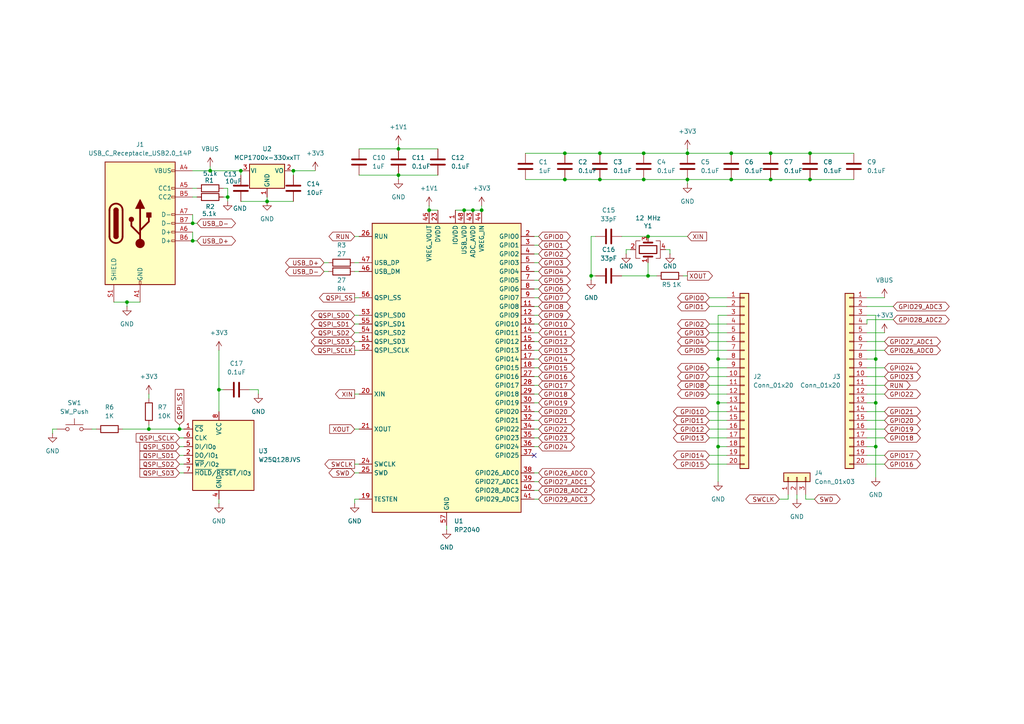
<source format=kicad_sch>
(kicad_sch (version 20250114) (generator "eeschema") (generator_version "9.0")
  (paper "A4")
  (lib_symbols
    (symbol "Connector:USB_C_Receptacle_USB2.0_14P" (pin_names (offset 1.016))
      (property "Reference" "J" (at 0 22.225 0))
      (property "Value" "USB_C_Receptacle_USB2.0_14P" (at 0 19.685 0))
      (symbol "USB_C_Receptacle_USB2.0_14P_1_1"
        (pin passive line (at -7.62 -22.86 90) (length 5.08) (name "SHIELD") (number "S1"))
        (pin passive line (at 0 -22.86 90) (length 5.08) (name "GND") (number "A1"))
        (pin passive line (at 0 -22.86 90) (length 5.08) (hide yes) (name "GND") (number "A12"))
        (pin passive line (at 0 -22.86 90) (length 5.08) (hide yes) (name "GND") (number "B1"))
        (pin passive line (at 0 -22.86 90) (length 5.08) (hide yes) (name "GND") (number "B12"))
        (pin passive line (at 15.24 15.24 180) (length 5.08) (name "VBUS") (number "A4"))
        (pin passive line (at 15.24 15.24 180) (length 5.08) (hide yes) (name "VBUS") (number "A9"))
        (pin passive line (at 15.24 15.24 180) (length 5.08) (hide yes) (name "VBUS") (number "B4"))
        (pin passive line (at 15.24 15.24 180) (length 5.08) (hide yes) (name "VBUS") (number "B9"))
        (pin bidirectional line (at 15.24 10.16 180) (length 5.08) (name "CC1") (number "A5"))
        (pin bidirectional line (at 15.24 7.62 180) (length 5.08) (name "CC2") (number "B5"))
        (pin bidirectional line (at 15.24 2.54 180) (length 5.08) (name "D-") (number "A7"))
        (pin bidirectional line (at 15.24 0 180) (length 5.08) (name "D-") (number "B7"))
        (pin bidirectional line (at 15.24 -2.54 180) (length 5.08) (name "D+") (number "A6"))
        (pin bidirectional line (at 15.24 -5.08 180) (length 5.08) (name "D+") (number "B6"))
      )
    )
    (symbol "Connector_Generic:Conn_01x03" (pin_names (offset 1.016) (hide yes))
      (property "Reference" "J" (at 0 5.08 0))
      (property "Value" "Conn_01x03" (at 0 -5.08 0))
      (symbol "Conn_01x03_1_1"
        (pin passive line (at -5.08 2.54 0) (length 3.81) (name "Pin_1") (number "1"))
        (pin passive line (at -5.08 0 0) (length 3.81) (name "Pin_2") (number "2"))
        (pin passive line (at -5.08 -2.54 0) (length 3.81) (name "Pin_3") (number "3"))
      )
    )
    (symbol "Connector_Generic:Conn_01x20" (pin_names (offset 1.016) (hide yes))
      (property "Reference" "J" (at 0 25.4 0))
      (property "Value" "Conn_01x20" (at 0 -27.94 0))
      (symbol "Conn_01x20_1_1"
        (pin passive line (at -5.08 22.86 0) (length 3.81) (name "Pin_1") (number "1"))
        (pin passive line (at -5.08 20.32 0) (length 3.81) (name "Pin_2") (number "2"))
        (pin passive line (at -5.08 17.78 0) (length 3.81) (name "Pin_3") (number "3"))
        (pin passive line (at -5.08 15.24 0) (length 3.81) (name "Pin_4") (number "4"))
        (pin passive line (at -5.08 12.7 0) (length 3.81) (name "Pin_5") (number "5"))
        (pin passive line (at -5.08 10.16 0) (length 3.81) (name "Pin_6") (number "6"))
        (pin passive line (at -5.08 7.62 0) (length 3.81) (name "Pin_7") (number "7"))
        (pin passive line (at -5.08 5.08 0) (length 3.81) (name "Pin_8") (number "8"))
        (pin passive line (at -5.08 2.54 0) (length 3.81) (name "Pin_9") (number "9"))
        (pin passive line (at -5.08 0 0) (length 3.81) (name "Pin_10") (number "10"))
        (pin passive line (at -5.08 -2.54 0) (length 3.81) (name "Pin_11") (number "11"))
        (pin passive line (at -5.08 -5.08 0) (length 3.81) (name "Pin_12") (number "12"))
        (pin passive line (at -5.08 -7.62 0) (length 3.81) (name "Pin_13") (number "13"))
        (pin passive line (at -5.08 -10.16 0) (length 3.81) (name "Pin_14") (number "14"))
        (pin passive line (at -5.08 -12.7 0) (length 3.81) (name "Pin_15") (number "15"))
        (pin passive line (at -5.08 -15.24 0) (length 3.81) (name "Pin_16") (number "16"))
        (pin passive line (at -5.08 -17.78 0) (length 3.81) (name "Pin_17") (number "17"))
        (pin passive line (at -5.08 -20.32 0) (length 3.81) (name "Pin_18") (number "18"))
        (pin passive line (at -5.08 -22.86 0) (length 3.81) (name "Pin_19") (number "19"))
        (pin passive line (at -5.08 -25.4 0) (length 3.81) (name "Pin_20") (number "20"))
      )
    )
    (symbol "Device:C" (pin_numbers (hide yes)) (pin_names (offset 0.254))
      (property "Reference" "C" (at 0.635 2.54 0))
      (property "Value" "C" (at 0.635 -2.54 0))
      (symbol "C_1_1"
        (pin passive line (at 0 3.81 270) (length 2.794) (name "~") (number "1"))
        (pin passive line (at 0 -3.81 90) (length 2.794) (name "~") (number "2"))
      )
    )
    (symbol "Device:Crystal_GND24" (pin_names (offset 1.016) (hide yes))
      (property "Reference" "Y" (at 3.175 5.08 0))
      (property "Value" "Crystal_GND24" (at 3.175 3.175 0))
      (symbol "Crystal_GND24_1_1"
        (pin passive line (at -3.81 0 0) (length 1.27) (name "1") (number "1"))
        (pin passive line (at 0 5.08 270) (length 1.27) (name "2") (number "2"))
        (pin passive line (at 0 -5.08 90) (length 1.27) (name "4") (number "4"))
        (pin passive line (at 3.81 0 180) (length 1.27) (name "3") (number "3"))
      )
    )
    (symbol "Device:R" (pin_numbers (hide yes)) (pin_names (offset 0))
      (property "Reference" "R" (at 2.032 0 90))
      (property "Value" "R" (at 0 0 90))
      (symbol "R_1_1"
        (pin passive line (at 0 3.81 270) (length 1.27) (name "~") (number "1"))
        (pin passive line (at 0 -3.81 90) (length 1.27) (name "~") (number "2"))
      )
    )
    (symbol "MCU_RaspberryPi:RP2040"
      (property "Reference" "U" (at 17.78 45.72 0))
      (property "Value" "RP2040" (at 17.78 43.18 0))
      (symbol "RP2040_1_1"
        (pin input line (at -25.4 38.1 0) (length 3.81) (name "RUN") (number "26"))
        (pin bidirectional line (at -25.4 30.48 0) (length 3.81) (name "USB_DP") (number "47"))
        (pin bidirectional line (at -25.4 27.94 0) (length 3.81) (name "USB_DM") (number "46"))
        (pin bidirectional line (at -25.4 20.32 0) (length 3.81) (name "QSPI_SS") (number "56"))
        (pin bidirectional line (at -25.4 15.24 0) (length 3.81) (name "QSPI_SD0") (number "53"))
        (pin bidirectional line (at -25.4 12.7 0) (length 3.81) (name "QSPI_SD1") (number "55"))
        (pin bidirectional line (at -25.4 10.16 0) (length 3.81) (name "QSPI_SD2") (number "54"))
        (pin bidirectional line (at -25.4 7.62 0) (length 3.81) (name "QSPI_SD3") (number "51"))
        (pin output line (at -25.4 5.08 0) (length 3.81) (name "QSPI_SCLK") (number "52"))
        (pin input line (at -25.4 -7.62 0) (length 3.81) (name "XIN") (number "20"))
        (pin passive line (at -25.4 -17.78 0) (length 3.81) (name "XOUT") (number "21"))
        (pin input line (at -25.4 -27.94 0) (length 3.81) (name "SWCLK") (number "24"))
        (pin bidirectional line (at -25.4 -30.48 0) (length 3.81) (name "SWD") (number "25"))
        (pin input line (at -25.4 -38.1 0) (length 3.81) (name "TESTEN") (number "19"))
        (pin power_out line (at -5.08 45.72 270) (length 3.81) (name "VREG_VOUT") (number "45"))
        (pin power_in line (at -2.54 45.72 270) (length 3.81) (name "DVDD") (number "23"))
        (pin passive line (at -2.54 45.72 270) (length 3.81) (hide yes) (name "DVDD") (number "50"))
        (pin power_in line (at 0 -45.72 90) (length 3.81) (name "GND") (number "57"))
        (pin power_in line (at 2.54 45.72 270) (length 3.81) (name "IOVDD") (number "1"))
        (pin passive line (at 2.54 45.72 270) (length 3.81) (hide yes) (name "IOVDD") (number "10"))
        (pin passive line (at 2.54 45.72 270) (length 3.81) (hide yes) (name "IOVDD") (number "22"))
        (pin passive line (at 2.54 45.72 270) (length 3.81) (hide yes) (name "IOVDD") (number "33"))
        (pin passive line (at 2.54 45.72 270) (length 3.81) (hide yes) (name "IOVDD") (number "42"))
        (pin passive line (at 2.54 45.72 270) (length 3.81) (hide yes) (name "IOVDD") (number "49"))
        (pin power_in line (at 5.08 45.72 270) (length 3.81) (name "USB_VDD") (number "48"))
        (pin power_in line (at 7.62 45.72 270) (length 3.81) (name "ADC_AVDD") (number "43"))
        (pin power_in line (at 10.16 45.72 270) (length 3.81) (name "VREG_IN") (number "44"))
        (pin bidirectional line (at 25.4 38.1 180) (length 3.81) (name "GPIO0") (number "2"))
        (pin bidirectional line (at 25.4 35.56 180) (length 3.81) (name "GPIO1") (number "3"))
        (pin bidirectional line (at 25.4 33.02 180) (length 3.81) (name "GPIO2") (number "4"))
        (pin bidirectional line (at 25.4 30.48 180) (length 3.81) (name "GPIO3") (number "5"))
        (pin bidirectional line (at 25.4 27.94 180) (length 3.81) (name "GPIO4") (number "6"))
        (pin bidirectional line (at 25.4 25.4 180) (length 3.81) (name "GPIO5") (number "7"))
        (pin bidirectional line (at 25.4 22.86 180) (length 3.81) (name "GPIO6") (number "8"))
        (pin bidirectional line (at 25.4 20.32 180) (length 3.81) (name "GPIO7") (number "9"))
        (pin bidirectional line (at 25.4 17.78 180) (length 3.81) (name "GPIO8") (number "11"))
        (pin bidirectional line (at 25.4 15.24 180) (length 3.81) (name "GPIO9") (number "12"))
        (pin bidirectional line (at 25.4 12.7 180) (length 3.81) (name "GPIO10") (number "13"))
        (pin bidirectional line (at 25.4 10.16 180) (length 3.81) (name "GPIO11") (number "14"))
        (pin bidirectional line (at 25.4 7.62 180) (length 3.81) (name "GPIO12") (number "15"))
        (pin bidirectional line (at 25.4 5.08 180) (length 3.81) (name "GPIO13") (number "16"))
        (pin bidirectional line (at 25.4 2.54 180) (length 3.81) (name "GPIO14") (number "17"))
        (pin bidirectional line (at 25.4 0 180) (length 3.81) (name "GPIO15") (number "18"))
        (pin bidirectional line (at 25.4 -2.54 180) (length 3.81) (name "GPIO16") (number "27"))
        (pin bidirectional line (at 25.4 -5.08 180) (length 3.81) (name "GPIO17") (number "28"))
        (pin bidirectional line (at 25.4 -7.62 180) (length 3.81) (name "GPIO18") (number "29"))
        (pin bidirectional line (at 25.4 -10.16 180) (length 3.81) (name "GPIO19") (number "30"))
        (pin bidirectional line (at 25.4 -12.7 180) (length 3.81) (name "GPIO20") (number "31"))
        (pin bidirectional line (at 25.4 -15.24 180) (length 3.81) (name "GPIO21") (number "32"))
        (pin bidirectional line (at 25.4 -17.78 180) (length 3.81) (name "GPIO22") (number "34"))
        (pin bidirectional line (at 25.4 -20.32 180) (length 3.81) (name "GPIO23") (number "35"))
        (pin bidirectional line (at 25.4 -22.86 180) (length 3.81) (name "GPIO24") (number "36"))
        (pin bidirectional line (at 25.4 -25.4 180) (length 3.81) (name "GPIO25") (number "37"))
        (pin bidirectional line (at 25.4 -30.48 180) (length 3.81) (name "GPIO26_ADC0") (number "38"))
        (pin bidirectional line (at 25.4 -33.02 180) (length 3.81) (name "GPIO27_ADC1") (number "39"))
        (pin bidirectional line (at 25.4 -35.56 180) (length 3.81) (name "GPIO28_ADC2") (number "40"))
        (pin bidirectional line (at 25.4 -38.1 180) (length 3.81) (name "GPIO29_ADC3") (number "41"))
      )
    )
    (symbol "Memory_Flash:W25Q16JVSS"
      (property "Reference" "U" (at -6.35 11.43 0))
      (property "Value" "W25Q16JVSS" (at 7.62 11.43 0))
      (symbol "W25Q16JVSS_1_1"
        (pin input line (at -10.16 7.62 0) (length 2.54) (name "~{CS}") (number "1"))
        (pin input line (at -10.16 5.08 0) (length 2.54) (name "CLK") (number "6"))
        (pin bidirectional line (at -10.16 2.54 0) (length 2.54) (name "DI/IO_{0}") (number "5"))
        (pin bidirectional line (at -10.16 0 0) (length 2.54) (name "DO/IO_{1}") (number "2"))
        (pin bidirectional line (at -10.16 -2.54 0) (length 2.54) (name "~{WP}/IO_{2}") (number "3"))
        (pin bidirectional line (at -10.16 -5.08 0) (length 2.54) (name "~{HOLD}/~{RESET}/IO_{3}") (number "7"))
        (pin power_in line (at 0 12.7 270) (length 2.54) (name "VCC") (number "8"))
        (pin power_in line (at 0 -12.7 90) (length 2.54) (name "GND") (number "4"))
      )
    )
    (symbol "Regulator_Linear:MCP1700x-330xxTT" (pin_names (offset 0.254))
      (property "Reference" "U" (at -3.81 3.175 0))
      (property "Value" "MCP1700x-330xxTT" (at 0 3.175 0))
      (symbol "MCP1700x-330xxTT_1_1"
        (pin power_in line (at -7.62 0 0) (length 2.54) (name "VI") (number "3"))
        (pin power_in line (at 0 -7.62 90) (length 2.54) (name "GND") (number "1"))
        (pin power_out line (at 7.62 0 180) (length 2.54) (name "VO") (number "2"))
      )
    )
    (symbol "Switch:SW_Push" (pin_numbers (hide yes)) (pin_names (offset 1.016) (hide yes))
      (property "Reference" "SW" (at 1.27 2.54 0))
      (property "Value" "SW_Push" (at 0 -1.524 0))
      (symbol "SW_Push_0_1"
        (pin passive line (at -5.08 0 0) (length 2.54) (name "1") (number "1"))
        (pin passive line (at 5.08 0 180) (length 2.54) (name "2") (number "2"))
      )
    )
    (symbol "power:+1V1" (power) (pin_numbers (hide yes)) (pin_names (offset 0) (hide yes))
      (property "Value" "+1V1" (at 0 3.556 0))
      (symbol "+1V1_1_1"
        (pin power_in line (at 0 0 90) (length 0) (name "~") (number "1"))
      )
    )
    (symbol "power:+3V3" (power) (pin_numbers (hide yes)) (pin_names (offset 0) (hide yes))
      (property "Value" "+3V3" (at 0 3.556 0))
      (symbol "+3V3_1_1"
        (pin power_in line (at 0 0 90) (length 0) (name "~") (number "1"))
      )
    )
    (symbol "power:GND" (power) (pin_numbers (hide yes)) (pin_names (offset 0) (hide yes))
      (property "Value" "GND" (at 0 -3.81 0))
      (symbol "GND_1_1"
        (pin power_in line (at 0 0 270) (length 0) (name "~") (number "1"))
      )
    )
    (symbol "power:VBUS" (power) (pin_numbers (hide yes)) (pin_names (offset 0) (hide yes))
      (property "Value" "VBUS" (at 0 3.556 0))
      (symbol "VBUS_1_1"
        (pin power_in line (at 0 0 90) (length 0) (name "~") (number "1"))
      )
    )
  )
  (junction (at 234.95 52.07))
  (junction (at 254 116.84))
  (junction (at 69.85 49.53))
  (junction (at 171.45 80.01))
  (junction (at 85.09 49.53))
  (junction (at 137.16 60.96))
  (junction (at 60.96 49.53))
  (junction (at 173.99 52.07))
  (junction (at 52.07 124.46))
  (junction (at 212.09 52.07))
  (junction (at 212.09 44.45))
  (junction (at 254 129.54))
  (junction (at 124.46 60.96))
  (junction (at 43.18 124.46))
  (junction (at 186.69 44.45))
  (junction (at 186.69 52.07))
  (junction (at 254 104.14))
  (junction (at 115.57 43.18))
  (junction (at 187.96 80.01))
  (junction (at 134.62 60.96))
  (junction (at 139.7 60.96))
  (junction (at 234.95 44.45))
  (junction (at 163.83 52.07))
  (junction (at 173.99 44.45))
  (junction (at 63.5 113.03))
  (junction (at 66.04 57.15))
  (junction (at 77.47 58.42))
  (junction (at 199.39 52.07))
  (junction (at 163.83 44.45))
  (junction (at 187.96 68.58))
  (junction (at 223.52 52.07))
  (junction (at 55.88 64.77))
  (junction (at 55.88 69.85))
  (junction (at 208.28 129.54))
  (junction (at 36.83 87.63))
  (junction (at 199.39 44.45))
  (junction (at 208.28 116.84))
  (junction (at 208.28 104.14))
  (junction (at 115.57 50.8))
  (junction (at 223.52 44.45))
  (no_connect (at 154.94 132.08))
  (wire (pts (xy 205.74 111.76) (xy 210.82 111.76)))
  (wire (pts (xy 251.46 109.22) (xy 256.54 109.22)))
  (wire (pts (xy 102.87 124.46) (xy 104.14 124.46)))
  (wire (pts (xy 102.87 93.98) (xy 104.14 93.98)))
  (wire (pts (xy 154.94 129.54) (xy 156.21 129.54)))
  (wire (pts (xy 212.09 52.07) (xy 223.52 52.07)))
  (wire (pts (xy 16.51 124.46) (xy 15.24 124.46)))
  (wire (pts (xy 115.57 50.8) (xy 127 50.8)))
  (wire (pts (xy 180.34 80.01) (xy 187.96 80.01)))
  (wire (pts (xy 254 104.14) (xy 254 91.44)))
  (wire (pts (xy 43.18 123.19) (xy 43.18 124.46)))
  (wire (pts (xy 154.94 99.06) (xy 156.21 99.06)))
  (wire (pts (xy 36.83 87.63) (xy 36.83 88.9)))
  (wire (pts (xy 55.88 69.85) (xy 57.15 69.85)))
  (wire (pts (xy 154.94 116.84) (xy 156.21 116.84)))
  (wire (pts (xy 43.18 124.46) (xy 52.07 124.46)))
  (wire (pts (xy 234.95 52.07) (xy 247.65 52.07)))
  (wire (pts (xy 186.69 44.45) (xy 199.39 44.45)))
  (wire (pts (xy 104.14 43.18) (xy 115.57 43.18)))
  (wire (pts (xy 102.87 78.74) (xy 104.14 78.74)))
  (wire (pts (xy 251.46 101.6) (xy 256.54 101.6)))
  (wire (pts (xy 208.28 116.84) (xy 208.28 104.14)))
  (wire (pts (xy 182.88 72.39) (xy 181.61 72.39)))
  (wire (pts (xy 66.04 54.61) (xy 64.77 54.61)))
  (wire (pts (xy 251.46 106.68) (xy 256.54 106.68)))
  (wire (pts (xy 93.98 76.2) (xy 95.25 76.2)))
  (wire (pts (xy 154.94 127) (xy 156.21 127)))
  (wire (pts (xy 52.07 123.19) (xy 52.07 124.46)))
  (wire (pts (xy 154.94 139.7) (xy 156.21 139.7)))
  (wire (pts (xy 251.46 92.71) (xy 251.46 93.98)))
  (wire (pts (xy 205.74 106.68) (xy 210.82 106.68)))
  (wire (pts (xy 85.09 49.53) (xy 91.44 49.53)))
  (wire (pts (xy 251.46 86.36) (xy 256.54 86.36)))
  (wire (pts (xy 163.83 52.07) (xy 173.99 52.07)))
  (wire (pts (xy 124.46 59.69) (xy 124.46 60.96)))
  (wire (pts (xy 154.94 73.66) (xy 156.21 73.66)))
  (wire (pts (xy 102.87 91.44) (xy 104.14 91.44)))
  (wire (pts (xy 115.57 50.8) (xy 115.57 52.07)))
  (wire (pts (xy 154.94 121.92) (xy 156.21 121.92)))
  (wire (pts (xy 69.85 50.8) (xy 69.85 49.53)))
  (wire (pts (xy 205.74 134.62) (xy 210.82 134.62)))
  (wire (pts (xy 137.16 60.96) (xy 139.7 60.96)))
  (wire (pts (xy 231.14 143.51) (xy 231.14 144.78)))
  (wire (pts (xy 205.74 86.36) (xy 210.82 86.36)))
  (wire (pts (xy 193.04 72.39) (xy 194.31 72.39)))
  (wire (pts (xy 63.5 113.03) (xy 64.77 113.03)))
  (wire (pts (xy 205.74 96.52) (xy 210.82 96.52)))
  (wire (pts (xy 154.94 88.9) (xy 156.21 88.9)))
  (wire (pts (xy 251.46 99.06) (xy 256.54 99.06)))
  (wire (pts (xy 154.94 142.24) (xy 156.21 142.24)))
  (wire (pts (xy 102.87 144.78) (xy 102.87 146.05)))
  (wire (pts (xy 139.7 59.69) (xy 139.7 60.96)))
  (wire (pts (xy 154.94 86.36) (xy 156.21 86.36)))
  (wire (pts (xy 36.83 87.63) (xy 40.64 87.63)))
  (wire (pts (xy 52.07 129.54) (xy 53.34 129.54)))
  (wire (pts (xy 205.74 124.46) (xy 210.82 124.46)))
  (wire (pts (xy 251.46 129.54) (xy 254 129.54)))
  (wire (pts (xy 254 129.54) (xy 254 116.84)))
  (wire (pts (xy 154.94 96.52) (xy 156.21 96.52)))
  (wire (pts (xy 104.14 144.78) (xy 102.87 144.78)))
  (wire (pts (xy 199.39 43.18) (xy 199.39 44.45)))
  (wire (pts (xy 154.94 91.44) (xy 156.21 91.44)))
  (wire (pts (xy 254 104.14) (xy 251.46 104.14)))
  (wire (pts (xy 115.57 43.18) (xy 127 43.18)))
  (wire (pts (xy 154.94 119.38) (xy 156.21 119.38)))
  (wire (pts (xy 223.52 44.45) (xy 234.95 44.45)))
  (wire (pts (xy 154.94 101.6) (xy 156.21 101.6)))
  (wire (pts (xy 66.04 54.61) (xy 66.04 57.15)))
  (wire (pts (xy 205.74 109.22) (xy 210.82 109.22)))
  (wire (pts (xy 63.5 101.6) (xy 63.5 113.03)))
  (wire (pts (xy 187.96 80.01) (xy 190.5 80.01)))
  (wire (pts (xy 52.07 134.62) (xy 53.34 134.62)))
  (wire (pts (xy 208.28 139.7) (xy 208.28 129.54)))
  (wire (pts (xy 102.87 96.52) (xy 104.14 96.52)))
  (wire (pts (xy 57.15 64.77) (xy 55.88 64.77)))
  (wire (pts (xy 154.94 124.46) (xy 156.21 124.46)))
  (wire (pts (xy 93.98 78.74) (xy 95.25 78.74)))
  (wire (pts (xy 52.07 132.08) (xy 53.34 132.08)))
  (wire (pts (xy 187.96 76.2) (xy 187.96 80.01)))
  (wire (pts (xy 154.94 78.74) (xy 156.21 78.74)))
  (wire (pts (xy 228.6 143.51) (xy 228.6 144.78)))
  (wire (pts (xy 205.74 119.38) (xy 210.82 119.38)))
  (wire (pts (xy 199.39 44.45) (xy 212.09 44.45)))
  (wire (pts (xy 173.99 44.45) (xy 186.69 44.45)))
  (wire (pts (xy 205.74 114.3) (xy 210.82 114.3)))
  (wire (pts (xy 251.46 132.08) (xy 256.54 132.08)))
  (wire (pts (xy 154.94 106.68) (xy 156.21 106.68)))
  (wire (pts (xy 33.02 87.63) (xy 36.83 87.63)))
  (wire (pts (xy 254 116.84) (xy 251.46 116.84)))
  (wire (pts (xy 251.46 134.62) (xy 256.54 134.62)))
  (wire (pts (xy 205.74 99.06) (xy 210.82 99.06)))
  (wire (pts (xy 251.46 127) (xy 256.54 127)))
  (wire (pts (xy 181.61 72.39) (xy 181.61 73.66)))
  (wire (pts (xy 152.4 52.07) (xy 163.83 52.07)))
  (wire (pts (xy 60.96 49.53) (xy 69.85 49.53)))
  (wire (pts (xy 43.18 114.3) (xy 43.18 115.57)))
  (wire (pts (xy 63.5 113.03) (xy 63.5 119.38)))
  (wire (pts (xy 154.94 68.58) (xy 156.21 68.58)))
  (wire (pts (xy 69.85 58.42) (xy 77.47 58.42)))
  (wire (pts (xy 104.14 50.8) (xy 115.57 50.8)))
  (wire (pts (xy 208.28 129.54) (xy 208.28 116.84)))
  (wire (pts (xy 15.24 124.46) (xy 15.24 125.73)))
  (wire (pts (xy 102.87 68.58) (xy 104.14 68.58)))
  (wire (pts (xy 66.04 57.15) (xy 64.77 57.15)))
  (wire (pts (xy 55.88 49.53) (xy 60.96 49.53)))
  (wire (pts (xy 74.93 113.03) (xy 74.93 114.3)))
  (wire (pts (xy 208.28 91.44) (xy 210.82 91.44)))
  (wire (pts (xy 55.88 67.31) (xy 55.88 69.85)))
  (wire (pts (xy 251.46 124.46) (xy 256.54 124.46)))
  (wire (pts (xy 251.46 96.52) (xy 256.54 96.52)))
  (wire (pts (xy 205.74 88.9) (xy 210.82 88.9)))
  (wire (pts (xy 102.87 137.16) (xy 104.14 137.16)))
  (wire (pts (xy 199.39 52.07) (xy 199.39 53.34)))
  (wire (pts (xy 154.94 83.82) (xy 156.21 83.82)))
  (wire (pts (xy 163.83 44.45) (xy 173.99 44.45)))
  (wire (pts (xy 254 91.44) (xy 251.46 91.44)))
  (wire (pts (xy 55.88 57.15) (xy 57.15 57.15)))
  (wire (pts (xy 205.74 101.6) (xy 210.82 101.6)))
  (wire (pts (xy 171.45 80.01) (xy 171.45 81.28)))
  (wire (pts (xy 228.6 144.78) (xy 226.06 144.78)))
  (wire (pts (xy 194.31 72.39) (xy 194.31 73.66)))
  (wire (pts (xy 102.87 134.62) (xy 104.14 134.62)))
  (wire (pts (xy 251.46 121.92) (xy 256.54 121.92)))
  (wire (pts (xy 134.62 60.96) (xy 137.16 60.96)))
  (wire (pts (xy 132.08 60.96) (xy 134.62 60.96)))
  (wire (pts (xy 35.56 124.46) (xy 43.18 124.46)))
  (wire (pts (xy 234.95 44.45) (xy 247.65 44.45)))
  (wire (pts (xy 55.88 62.23) (xy 55.88 64.77)))
  (wire (pts (xy 154.94 76.2) (xy 156.21 76.2)))
  (wire (pts (xy 208.28 104.14) (xy 210.82 104.14)))
  (wire (pts (xy 115.57 41.91) (xy 115.57 43.18)))
  (wire (pts (xy 208.28 104.14) (xy 208.28 91.44)))
  (wire (pts (xy 52.07 137.16) (xy 53.34 137.16)))
  (wire (pts (xy 251.46 88.9) (xy 259.08 88.9)))
  (wire (pts (xy 66.04 57.15) (xy 66.04 58.42)))
  (wire (pts (xy 102.87 99.06) (xy 104.14 99.06)))
  (wire (pts (xy 171.45 68.58) (xy 172.72 68.58)))
  (wire (pts (xy 205.74 132.08) (xy 210.82 132.08)))
  (wire (pts (xy 254 116.84) (xy 254 104.14)))
  (wire (pts (xy 154.94 137.16) (xy 156.21 137.16)))
  (wire (pts (xy 152.4 44.45) (xy 163.83 44.45)))
  (wire (pts (xy 233.68 144.78) (xy 236.22 144.78)))
  (wire (pts (xy 102.87 114.3) (xy 104.14 114.3)))
  (wire (pts (xy 77.47 57.15) (xy 77.47 58.42)))
  (wire (pts (xy 172.72 80.01) (xy 171.45 80.01)))
  (wire (pts (xy 199.39 52.07) (xy 212.09 52.07)))
  (wire (pts (xy 154.94 93.98) (xy 156.21 93.98)))
  (wire (pts (xy 154.94 109.22) (xy 156.21 109.22)))
  (wire (pts (xy 124.46 60.96) (xy 127 60.96)))
  (wire (pts (xy 212.09 44.45) (xy 223.52 44.45)))
  (wire (pts (xy 171.45 80.01) (xy 171.45 68.58)))
  (wire (pts (xy 205.74 121.92) (xy 210.82 121.92)))
  (wire (pts (xy 251.46 114.3) (xy 256.54 114.3)))
  (wire (pts (xy 55.88 54.61) (xy 57.15 54.61)))
  (wire (pts (xy 223.52 52.07) (xy 234.95 52.07)))
  (wire (pts (xy 173.99 52.07) (xy 186.69 52.07)))
  (wire (pts (xy 251.46 119.38) (xy 256.54 119.38)))
  (wire (pts (xy 154.94 114.3) (xy 156.21 114.3)))
  (wire (pts (xy 233.68 143.51) (xy 233.68 144.78)))
  (wire (pts (xy 259.08 92.71) (xy 251.46 92.71)))
  (wire (pts (xy 186.69 52.07) (xy 199.39 52.07)))
  (wire (pts (xy 180.34 68.58) (xy 187.96 68.58)))
  (wire (pts (xy 154.94 111.76) (xy 156.21 111.76)))
  (wire (pts (xy 60.96 48.26) (xy 60.96 49.53)))
  (wire (pts (xy 154.94 71.12) (xy 156.21 71.12)))
  (wire (pts (xy 26.67 124.46) (xy 27.94 124.46)))
  (wire (pts (xy 154.94 144.78) (xy 156.21 144.78)))
  (wire (pts (xy 77.47 58.42) (xy 85.09 58.42)))
  (wire (pts (xy 52.07 127) (xy 53.34 127)))
  (wire (pts (xy 198.12 80.01) (xy 199.39 80.01)))
  (wire (pts (xy 208.28 129.54) (xy 210.82 129.54)))
  (wire (pts (xy 205.74 93.98) (xy 210.82 93.98)))
  (wire (pts (xy 85.09 49.53) (xy 85.09 50.8)))
  (wire (pts (xy 154.94 104.14) (xy 156.21 104.14)))
  (wire (pts (xy 102.87 101.6) (xy 104.14 101.6)))
  (wire (pts (xy 205.74 127) (xy 210.82 127)))
  (wire (pts (xy 52.07 124.46) (xy 53.34 124.46)))
  (wire (pts (xy 251.46 111.76) (xy 256.54 111.76)))
  (wire (pts (xy 72.39 113.03) (xy 74.93 113.03)))
  (wire (pts (xy 102.87 76.2) (xy 104.14 76.2)))
  (wire (pts (xy 129.54 152.4) (xy 129.54 153.67)))
  (wire (pts (xy 254 138.43) (xy 254 129.54)))
  (wire (pts (xy 187.96 68.58) (xy 199.39 68.58)))
  (wire (pts (xy 154.94 81.28) (xy 156.21 81.28)))
  (wire (pts (xy 208.28 116.84) (xy 210.82 116.84)))
  (wire (pts (xy 102.87 86.36) (xy 104.14 86.36)))
  (wire (pts (xy 63.5 144.78) (xy 63.5 146.05)))
  (global_label "GPIO8" (shape bidirectional) (at 205.74 111.76 180) (property "Intersheetrefs" "${INTERSHEET_REFS}" (effects (hide yes))))
  (global_label "GPIO27_ADC1" (shape bidirectional) (at 256.54 99.06 0) (property "Intersheetrefs" "${INTERSHEET_REFS}" (effects (hide yes))))
  (global_label "GPIO23" (shape bidirectional) (at 156.21 127 0) (property "Intersheetrefs" "${INTERSHEET_REFS}" (effects (hide yes))))
  (global_label "GPIO24" (shape bidirectional) (at 156.21 129.54 0) (property "Intersheetrefs" "${INTERSHEET_REFS}" (effects (hide yes))))
  (global_label "GPIO26_ADC0" (shape bidirectional) (at 256.54 101.6 0) (property "Intersheetrefs" "${INTERSHEET_REFS}" (effects (hide yes))))
  (global_label "GPIO0" (shape bidirectional) (at 156.21 68.58 0) (property "Intersheetrefs" "${INTERSHEET_REFS}" (effects (hide yes))))
  (global_label "USB_D+" (shape bidirectional) (at 93.98 76.2 180) (property "Intersheetrefs" "${INTERSHEET_REFS}" (effects (hide yes))))
  (global_label "QSPI_SD0" (shape input) (at 52.07 129.54 180) (property "Intersheetrefs" "${INTERSHEET_REFS}" (effects (hide yes))))
  (global_label "GPIO29_ADC3" (shape bidirectional) (at 259.08 88.9 0) (property "Intersheetrefs" "${INTERSHEET_REFS}" (effects (hide yes))))
  (global_label "GPIO14" (shape bidirectional) (at 156.21 104.14 0) (property "Intersheetrefs" "${INTERSHEET_REFS}" (effects (hide yes))))
  (global_label "XIN" (shape output) (at 102.87 114.3 180) (property "Intersheetrefs" "${INTERSHEET_REFS}" (effects (hide yes))))
  (global_label "GPIO0" (shape bidirectional) (at 205.74 86.36 180) (property "Intersheetrefs" "${INTERSHEET_REFS}" (effects (hide yes))))
  (global_label "QSPI_SCLK" (shape output) (at 102.87 101.6 180) (property "Intersheetrefs" "${INTERSHEET_REFS}" (effects (hide yes))))
  (global_label "GPIO2" (shape bidirectional) (at 156.21 73.66 0) (property "Intersheetrefs" "${INTERSHEET_REFS}" (effects (hide yes))))
  (global_label "QSPI_SD3" (shape bidirectional) (at 102.87 99.06 180) (property "Intersheetrefs" "${INTERSHEET_REFS}" (effects (hide yes))))
  (global_label "GPIO16" (shape bidirectional) (at 256.54 134.62 0) (property "Intersheetrefs" "${INTERSHEET_REFS}" (effects (hide yes))))
  (global_label "GPIO9" (shape bidirectional) (at 205.74 114.3 180) (property "Intersheetrefs" "${INTERSHEET_REFS}" (effects (hide yes))))
  (global_label "GPIO28_ADC2" (shape bidirectional) (at 156.21 142.24 0) (property "Intersheetrefs" "${INTERSHEET_REFS}" (effects (hide yes))))
  (global_label "GPIO29_ADC3" (shape bidirectional) (at 156.21 144.78 0) (property "Intersheetrefs" "${INTERSHEET_REFS}" (effects (hide yes))))
  (global_label "GPIO6" (shape bidirectional) (at 156.21 83.82 0) (property "Intersheetrefs" "${INTERSHEET_REFS}" (effects (hide yes))))
  (global_label "RUN" (shape bidirectional) (at 256.54 111.76 0) (property "Intersheetrefs" "${INTERSHEET_REFS}" (effects (hide yes))))
  (global_label "GPIO4" (shape bidirectional) (at 156.21 78.74 0) (property "Intersheetrefs" "${INTERSHEET_REFS}" (effects (hide yes))))
  (global_label "GPIO14" (shape bidirectional) (at 205.74 132.08 180) (property "Intersheetrefs" "${INTERSHEET_REFS}" (effects (hide yes))))
  (global_label "GPIO9" (shape bidirectional) (at 156.21 91.44 0) (property "Intersheetrefs" "${INTERSHEET_REFS}" (effects (hide yes))))
  (global_label "SWD" (shape bidirectional) (at 102.87 137.16 180) (property "Intersheetrefs" "${INTERSHEET_REFS}" (effects (hide yes))))
  (global_label "GPIO21" (shape bidirectional) (at 256.54 119.38 0) (property "Intersheetrefs" "${INTERSHEET_REFS}" (effects (hide yes))))
  (global_label "GPIO18" (shape bidirectional) (at 256.54 127 0) (property "Intersheetrefs" "${INTERSHEET_REFS}" (effects (hide yes))))
  (global_label "GPIO8" (shape bidirectional) (at 156.21 88.9 0) (property "Intersheetrefs" "${INTERSHEET_REFS}" (effects (hide yes))))
  (global_label "GPIO7" (shape bidirectional) (at 205.74 109.22 180) (property "Intersheetrefs" "${INTERSHEET_REFS}" (effects (hide yes))))
  (global_label "GPIO11" (shape bidirectional) (at 205.74 121.92 180) (property "Intersheetrefs" "${INTERSHEET_REFS}" (effects (hide yes))))
  (global_label "GPIO16" (shape bidirectional) (at 156.21 109.22 0) (property "Intersheetrefs" "${INTERSHEET_REFS}" (effects (hide yes))))
  (global_label "QSPI_SD1" (shape input) (at 52.07 132.08 180) (property "Intersheetrefs" "${INTERSHEET_REFS}" (effects (hide yes))))
  (global_label "GPIO22" (shape bidirectional) (at 256.54 114.3 0) (property "Intersheetrefs" "${INTERSHEET_REFS}" (effects (hide yes))))
  (global_label "QSPI_SD2" (shape input) (at 52.07 134.62 180) (property "Intersheetrefs" "${INTERSHEET_REFS}" (effects (hide yes))))
  (global_label "GPIO6" (shape bidirectional) (at 205.74 106.68 180) (property "Intersheetrefs" "${INTERSHEET_REFS}" (effects (hide yes))))
  (global_label "XIN" (shape input) (at 199.39 68.58 0) (property "Intersheetrefs" "${INTERSHEET_REFS}" (effects (hide yes))))
  (global_label "GPIO15" (shape bidirectional) (at 156.21 106.68 0) (property "Intersheetrefs" "${INTERSHEET_REFS}" (effects (hide yes))))
  (global_label "GPIO10" (shape bidirectional) (at 205.74 119.38 180) (property "Intersheetrefs" "${INTERSHEET_REFS}" (effects (hide yes))))
  (global_label "GPIO17" (shape bidirectional) (at 156.21 111.76 0) (property "Intersheetrefs" "${INTERSHEET_REFS}" (effects (hide yes))))
  (global_label "GPIO3" (shape bidirectional) (at 156.21 76.2 0) (property "Intersheetrefs" "${INTERSHEET_REFS}" (effects (hide yes))))
  (global_label "GPIO28_ADC2" (shape bidirectional) (at 259.08 92.71 0) (property "Intersheetrefs" "${INTERSHEET_REFS}" (effects (hide yes))))
  (global_label "USB_D-" (shape bidirectional) (at 93.98 78.74 180) (property "Intersheetrefs" "${INTERSHEET_REFS}" (effects (hide yes))))
  (global_label "GPIO22" (shape bidirectional) (at 156.21 124.46 0) (property "Intersheetrefs" "${INTERSHEET_REFS}" (effects (hide yes))))
  (global_label "GPIO20" (shape bidirectional) (at 256.54 121.92 0) (property "Intersheetrefs" "${INTERSHEET_REFS}" (effects (hide yes))))
  (global_label "QSPI_SCLK" (shape input) (at 52.07 127 180) (property "Intersheetrefs" "${INTERSHEET_REFS}" (effects (hide yes))))
  (global_label "SWD" (shape bidirectional) (at 236.22 144.78 0) (property "Intersheetrefs" "${INTERSHEET_REFS}" (effects (hide yes))))
  (global_label "GPIO12" (shape bidirectional) (at 156.21 99.06 0) (property "Intersheetrefs" "${INTERSHEET_REFS}" (effects (hide yes))))
  (global_label "GPIO3" (shape bidirectional) (at 205.74 96.52 180) (property "Intersheetrefs" "${INTERSHEET_REFS}" (effects (hide yes))))
  (global_label "GPIO17" (shape bidirectional) (at 256.54 132.08 0) (property "Intersheetrefs" "${INTERSHEET_REFS}" (effects (hide yes))))
  (global_label "GPIO27_ADC1" (shape bidirectional) (at 156.21 139.7 0) (property "Intersheetrefs" "${INTERSHEET_REFS}" (effects (hide yes))))
  (global_label "GPIO21" (shape bidirectional) (at 156.21 121.92 0) (property "Intersheetrefs" "${INTERSHEET_REFS}" (effects (hide yes))))
  (global_label "USB_D+" (shape bidirectional) (at 57.15 69.85 0) (property "Intersheetrefs" "${INTERSHEET_REFS}" (effects (hide yes))))
  (global_label "GPIO26_ADC0" (shape bidirectional) (at 156.21 137.16 0) (property "Intersheetrefs" "${INTERSHEET_REFS}" (effects (hide yes))))
  (global_label "QSPI_SD0" (shape bidirectional) (at 102.87 91.44 180) (property "Intersheetrefs" "${INTERSHEET_REFS}" (effects (hide yes))))
  (global_label "XOUT" (shape input) (at 102.87 124.46 180) (property "Intersheetrefs" "${INTERSHEET_REFS}" (effects (hide yes))))
  (global_label "SWCLK" (shape bidirectional) (at 226.06 144.78 180) (property "Intersheetrefs" "${INTERSHEET_REFS}" (effects (hide yes))))
  (global_label "QSPI_SD3" (shape input) (at 52.07 137.16 180) (property "Intersheetrefs" "${INTERSHEET_REFS}" (effects (hide yes))))
  (global_label "GPIO4" (shape bidirectional) (at 205.74 99.06 180) (property "Intersheetrefs" "${INTERSHEET_REFS}" (effects (hide yes))))
  (global_label "GPIO24" (shape bidirectional) (at 256.54 106.68 0) (property "Intersheetrefs" "${INTERSHEET_REFS}" (effects (hide yes))))
  (global_label "QSPI_SD2" (shape bidirectional) (at 102.87 96.52 180) (property "Intersheetrefs" "${INTERSHEET_REFS}" (effects (hide yes))))
  (global_label "GPIO12" (shape bidirectional) (at 205.74 124.46 180) (property "Intersheetrefs" "${INTERSHEET_REFS}" (effects (hide yes))))
  (global_label "XOUT" (shape output) (at 199.39 80.01 0) (property "Intersheetrefs" "${INTERSHEET_REFS}" (effects (hide yes))))
  (global_label "GPIO10" (shape bidirectional) (at 156.21 93.98 0) (property "Intersheetrefs" "${INTERSHEET_REFS}" (effects (hide yes))))
  (global_label "RUN" (shape bidirectional) (at 102.87 68.58 180) (property "Intersheetrefs" "${INTERSHEET_REFS}" (effects (hide yes))))
  (global_label "GPIO11" (shape bidirectional) (at 156.21 96.52 0) (property "Intersheetrefs" "${INTERSHEET_REFS}" (effects (hide yes))))
  (global_label "GPIO5" (shape bidirectional) (at 205.74 101.6 180) (property "Intersheetrefs" "${INTERSHEET_REFS}" (effects (hide yes))))
  (global_label "GPIO20" (shape bidirectional) (at 156.21 119.38 0) (property "Intersheetrefs" "${INTERSHEET_REFS}" (effects (hide yes))))
  (global_label "GPIO15" (shape bidirectional) (at 205.74 134.62 180) (property "Intersheetrefs" "${INTERSHEET_REFS}" (effects (hide yes))))
  (global_label "USB_D-" (shape bidirectional) (at 57.15 64.77 0) (property "Intersheetrefs" "${INTERSHEET_REFS}" (effects (hide yes))))
  (global_label "GPIO19" (shape bidirectional) (at 156.21 116.84 0) (property "Intersheetrefs" "${INTERSHEET_REFS}" (effects (hide yes))))
  (global_label "GPIO1" (shape bidirectional) (at 156.21 71.12 0) (property "Intersheetrefs" "${INTERSHEET_REFS}" (effects (hide yes))))
  (global_label "GPIO5" (shape bidirectional) (at 156.21 81.28 0) (property "Intersheetrefs" "${INTERSHEET_REFS}" (effects (hide yes))))
  (global_label "GPIO23" (shape bidirectional) (at 256.54 109.22 0) (property "Intersheetrefs" "${INTERSHEET_REFS}" (effects (hide yes))))
  (global_label "GPIO1" (shape bidirectional) (at 205.74 88.9 180) (property "Intersheetrefs" "${INTERSHEET_REFS}" (effects (hide yes))))
  (global_label "GPIO2" (shape bidirectional) (at 205.74 93.98 180) (property "Intersheetrefs" "${INTERSHEET_REFS}" (effects (hide yes))))
  (global_label "GPIO18" (shape bidirectional) (at 156.21 114.3 0) (property "Intersheetrefs" "${INTERSHEET_REFS}" (effects (hide yes))))
  (global_label "QSPI_SS" (shape input) (at 52.07 123.19 90) (property "Intersheetrefs" "${INTERSHEET_REFS}" (effects (hide yes))))
  (global_label "QSPI_SD1" (shape bidirectional) (at 102.87 93.98 180) (property "Intersheetrefs" "${INTERSHEET_REFS}" (effects (hide yes))))
  (global_label "GPIO19" (shape bidirectional) (at 256.54 124.46 0) (property "Intersheetrefs" "${INTERSHEET_REFS}" (effects (hide yes))))
  (global_label "SWCLK" (shape output) (at 102.87 134.62 180) (property "Intersheetrefs" "${INTERSHEET_REFS}" (effects (hide yes))))
  (global_label "GPIO13" (shape bidirectional) (at 205.74 127 180) (property "Intersheetrefs" "${INTERSHEET_REFS}" (effects (hide yes))))
  (global_label "GPIO13" (shape bidirectional) (at 156.21 101.6 0) (property "Intersheetrefs" "${INTERSHEET_REFS}" (effects (hide yes))))
  (global_label "QSPI_SS" (shape output) (at 102.87 86.36 180) (property "Intersheetrefs" "${INTERSHEET_REFS}" (effects (hide yes))))
  (global_label "GPIO7" (shape bidirectional) (at 156.21 86.36 0) (property "Intersheetrefs" "${INTERSHEET_REFS}" (effects (hide yes))))
  (symbol (lib_id "power:+3V3") (at 199.39 43.18 0) (unit 1)
    (property "Reference" "#PWR03" (effects (hide yes)))
    (property "Value" "+3V3" (at 199.39 38.1 0))
    (property "Description" "Power symbol creates a global label with name \"+3V3\"" (effects (hide yes)))
  )
  (symbol (lib_id "Device:R") (at 194.31 80.01 90) (unit 1)
    (property "Reference" "R5" (at 193.294 82.55 90))
    (property "Value" "1K" (at 196.342 82.55 90))
    (property "Footprint" "Resistor_SMD:R_0402_1005Metric" (effects (hide yes)))
    (property "Description" "Resistor" (effects (hide yes)))
  )
  (symbol (lib_id "power:GND") (at 115.57 52.07 0) (unit 1)
    (property "Reference" "#PWR05" (effects (hide yes)))
    (property "Value" "GND" (at 115.57 57.15 0))
    (property "Description" "Power symbol creates a global label with name \"GND\" , ground" (effects (hide yes)))
  )
  (symbol (lib_id "Connector_Generic:Conn_01x20") (at 215.9 109.22 0) (unit 1)
    (property "Reference" "J2" (at 218.44 109.2199 0) (effects (justify left)))
    (property "Value" "Conn_01x20" (at 218.44 111.7599 0) (effects (justify left)))
    (property "Footprint" "Connector_PinHeader_2.54mm:PinHeader_1x20_P2.54mm_Vertical" (effects (hide yes)))
    (property "Description" "Generic connector, single row, 01x20, script generated (kicad-library-utils/schlib/autogen/connector/)" (effects (hide yes)))
  )
  (symbol (lib_id "power:GND") (at 194.31 73.66 0) (unit 1)
    (property "Reference" "#PWR013" (effects (hide yes)))
    (property "Value" "GND" (at 194.31 77.216 0))
    (property "Description" "Power symbol creates a global label with name \"GND\" , ground" (effects (hide yes)))
  )
  (symbol (lib_id "Connector_Generic:Conn_01x20") (at 246.38 109.22 0) (mirror y) (unit 1)
    (property "Reference" "J3" (at 243.84 109.2199 0) (effects (justify left)))
    (property "Value" "Conn_01x20" (at 243.84 111.7599 0) (effects (justify left)))
    (property "Footprint" "Connector_PinHeader_2.54mm:PinHeader_1x20_P2.54mm_Vertical" (effects (hide yes)))
    (property "Description" "Generic connector, single row, 01x20, script generated (kicad-library-utils/schlib/autogen/connector/)" (effects (hide yes)))
  )
  (symbol (lib_id "power:GND") (at 15.24 125.73 0) (unit 1)
    (property "Reference" "#PWR019" (effects (hide yes)))
    (property "Value" "GND" (at 15.24 130.81 0))
    (property "Description" "Power symbol creates a global label with name \"GND\" , ground" (effects (hide yes)))
  )
  (symbol (lib_id "power:+3V3") (at 43.18 114.3 0) (unit 1)
    (property "Reference" "#PWR018" (effects (hide yes)))
    (property "Value" "+3V3" (at 43.18 109.22 0))
    (property "Description" "Power symbol creates a global label with name \"+3V3\"" (effects (hide yes)))
  )
  (symbol (lib_id "power:GND") (at 208.28 139.7 0) (unit 1)
    (property "Reference" "#PWR022" (effects (hide yes)))
    (property "Value" "GND" (at 208.28 144.78 0))
    (property "Description" "Power symbol creates a global label with name \"GND\" , ground" (effects (hide yes)))
  )
  (symbol (lib_id "power:+3V3") (at 63.5 101.6 0) (unit 1)
    (property "Reference" "#PWR017" (effects (hide yes)))
    (property "Value" "+3V3" (at 63.5 96.52 0))
    (property "Description" "Power symbol creates a global label with name \"+3V3\"" (effects (hide yes)))
  )
  (symbol (lib_id "Device:C") (at 186.69 48.26 0) (unit 1)
    (property "Reference" "C4" (at 190.5 46.9899 0) (effects (justify left)))
    (property "Value" "0.1uF" (at 190.5 49.5299 0) (effects (justify left)))
    (property "Footprint" "Capacitor_SMD:C_0402_1005Metric" (effects (hide yes)))
    (property "Description" "Unpolarized capacitor" (effects (hide yes)))
  )
  (symbol (lib_id "Device:C") (at 173.99 48.26 0) (unit 1)
    (property "Reference" "C3" (at 177.8 46.9899 0) (effects (justify left)))
    (property "Value" "0.1uF" (at 177.8 49.5299 0) (effects (justify left)))
    (property "Footprint" "Capacitor_SMD:C_0402_1005Metric" (effects (hide yes)))
    (property "Description" "Unpolarized capacitor" (effects (hide yes)))
  )
  (symbol (lib_id "Device:C") (at 85.09 54.61 0) (unit 1)
    (property "Reference" "C14" (at 88.9 53.3399 0) (effects (justify left)))
    (property "Value" "10uF" (at 88.9 55.8799 0) (effects (justify left)))
    (property "Footprint" "Capacitor_SMD:C_0603_1608Metric" (effects (hide yes)))
    (property "Description" "Unpolarized capacitor" (effects (hide yes)))
  )
  (symbol (lib_id "Device:R") (at 99.06 78.74 270) (unit 1)
    (property "Reference" "R4" (at 99.06 83.82 90))
    (property "Value" "27" (at 99.06 81.28 90))
    (property "Footprint" "Resistor_SMD:R_0402_1005Metric" (effects (hide yes)))
    (property "Description" "Resistor" (effects (hide yes)))
  )
  (symbol (lib_id "power:GND") (at 74.93 114.3 0) (unit 1)
    (property "Reference" "#PWR020" (effects (hide yes)))
    (property "Value" "GND" (at 74.93 119.38 0))
    (property "Description" "Power symbol creates a global label with name \"GND\" , ground" (effects (hide yes)))
  )
  (symbol (lib_id "power:GND") (at 129.54 153.67 0) (unit 1)
    (property "Reference" "#PWR07" (effects (hide yes)))
    (property "Value" "GND" (at 129.54 158.75 0))
    (property "Description" "Power symbol creates a global label with name \"GND\" , ground" (effects (hide yes)))
  )
  (symbol (lib_id "power:GND") (at 254 138.43 0) (unit 1)
    (property "Reference" "#PWR024" (effects (hide yes)))
    (property "Value" "GND" (at 254 143.51 0))
    (property "Description" "Power symbol creates a global label with name \"GND\" , ground" (effects (hide yes)))
  )
  (symbol (lib_id "power:GND") (at 199.39 53.34 0) (unit 1)
    (property "Reference" "#PWR04" (effects (hide yes)))
    (property "Value" "GND" (at 199.39 58.42 0))
    (property "Description" "Power symbol creates a global label with name \"GND\" , ground" (effects (hide yes)))
  )
  (symbol (lib_id "power:+1V1") (at 124.46 59.69 0) (unit 1)
    (property "Reference" "#PWR01" (effects (hide yes)))
    (property "Value" "+1V1" (at 124.46 54.61 0))
    (property "Description" "Power symbol creates a global label with name \"+1V1\"" (effects (hide yes)))
  )
  (symbol (lib_id "Device:C") (at 163.83 48.26 0) (unit 1)
    (property "Reference" "C2" (at 167.64 46.9899 0) (effects (justify left)))
    (property "Value" "0.1uF" (at 167.64 49.5299 0) (effects (justify left)))
    (property "Footprint" "Capacitor_SMD:C_0402_1005Metric" (effects (hide yes)))
    (property "Description" "Unpolarized capacitor" (effects (hide yes)))
  )
  (symbol (lib_id "Switch:SW_Push") (at 21.59 124.46 0) (unit 1)
    (property "Reference" "SW1" (at 21.59 116.84 0))
    (property "Value" "SW_Push" (at 21.59 119.38 0))
    (property "Footprint" "Button_Switch_SMD:SW_Push_SPST_NO_Alps_SKRK" (effects (hide yes)))
    (property "Description" "Push button switch, generic, two pins" (effects (hide yes)))
  )
  (symbol (lib_id "power:GND") (at 181.61 73.66 0) (unit 1)
    (property "Reference" "#PWR014" (effects (hide yes)))
    (property "Value" "GND" (at 181.61 77.216 0))
    (property "Description" "Power symbol creates a global label with name \"GND\" , ground" (effects (hide yes)))
  )
  (symbol (lib_id "power:+3V3") (at 256.54 96.52 0) (unit 1)
    (property "Reference" "#PWR025" (effects (hide yes)))
    (property "Value" "+3V3" (at 256.54 91.44 0))
    (property "Description" "Power symbol creates a global label with name \"+3V3\"" (effects (hide yes)))
  )
  (symbol (lib_id "Device:C") (at 212.09 48.26 0) (unit 1)
    (property "Reference" "C6" (at 215.9 46.9899 0) (effects (justify left)))
    (property "Value" "0.1uF" (at 215.9 49.5299 0) (effects (justify left)))
    (property "Footprint" "Capacitor_SMD:C_0402_1005Metric" (effects (hide yes)))
    (property "Description" "Unpolarized capacitor" (effects (hide yes)))
  )
  (symbol (lib_id "Device:C") (at 127 46.99 0) (unit 1)
    (property "Reference" "C12" (at 130.81 45.7199 0) (effects (justify left)))
    (property "Value" "0.1uF" (at 130.81 48.2599 0) (effects (justify left)))
    (property "Footprint" "Capacitor_SMD:C_0402_1005Metric" (effects (hide yes)))
    (property "Description" "Unpolarized capacitor" (effects (hide yes)))
  )
  (symbol (lib_id "Device:C") (at 176.53 68.58 270) (unit 1)
    (property "Reference" "C15" (at 176.53 60.96 90))
    (property "Value" "33pF" (at 176.53 63.5 90))
    (property "Footprint" "Capacitor_SMD:C_0603_1608Metric" (effects (hide yes)))
    (property "Description" "Unpolarized capacitor" (effects (hide yes)))
  )
  (symbol (lib_id "Device:C") (at 69.85 54.61 0) (unit 1)
    (property "Reference" "C13" (at 64.77 50.546 0) (effects (justify left)))
    (property "Value" "10uF" (at 65.278 52.578 0) (effects (justify left)))
    (property "Footprint" "Capacitor_SMD:C_0603_1608Metric" (effects (hide yes)))
    (property "Description" "Unpolarized capacitor" (effects (hide yes)))
  )
  (symbol (lib_id "power:GND") (at 63.5 146.05 0) (unit 1)
    (property "Reference" "#PWR016" (effects (hide yes)))
    (property "Value" "GND" (at 63.5 151.13 0))
    (property "Description" "Power symbol creates a global label with name \"GND\" , ground" (effects (hide yes)))
  )
  (symbol (lib_id "Device:C") (at 199.39 48.26 0) (unit 1)
    (property "Reference" "C5" (at 203.2 46.9899 0) (effects (justify left)))
    (property "Value" "0.1uF" (at 203.2 49.5299 0) (effects (justify left)))
    (property "Footprint" "Capacitor_SMD:C_0402_1005Metric" (effects (hide yes)))
    (property "Description" "Unpolarized capacitor" (effects (hide yes)))
  )
  (symbol (lib_id "power:GND") (at 231.14 144.78 0) (unit 1)
    (property "Reference" "#PWR023" (effects (hide yes)))
    (property "Value" "GND" (at 231.14 149.86 0))
    (property "Description" "Power symbol creates a global label with name \"GND\" , ground" (effects (hide yes)))
  )
  (symbol (lib_id "Connector_Generic:Conn_01x03") (at 231.14 138.43 90) (unit 1)
    (property "Reference" "J4" (at 236.22 137.1599 90) (effects (justify right)))
    (property "Value" "Conn_01x03" (at 236.22 139.6999 90) (effects (justify right)))
    (property "Footprint" "Connector_PinHeader_2.54mm:PinHeader_1x03_P2.54mm_Vertical" (effects (hide yes)))
    (property "Description" "Generic connector, single row, 01x03, script generated (kicad-library-utils/schlib/autogen/connector/)" (effects (hide yes)))
  )
  (symbol (lib_id "Device:C") (at 176.53 80.01 90) (unit 1)
    (property "Reference" "C16" (at 176.53 72.39 90))
    (property "Value" "33pF" (at 176.53 74.93 90))
    (property "Footprint" "Capacitor_SMD:C_0603_1608Metric" (effects (hide yes)))
    (property "Description" "Unpolarized capacitor" (effects (hide yes)))
  )
  (symbol (lib_id "power:VBUS") (at 256.54 86.36 0) (unit 1)
    (property "Reference" "#PWR026" (effects (hide yes)))
    (property "Value" "VBUS" (at 256.54 81.28 0))
    (property "Description" "Power symbol creates a global label with name \"VBUS\"" (effects (hide yes)))
  )
  (symbol (lib_id "power:+3V3") (at 91.44 49.53 0) (unit 1)
    (property "Reference" "#PWR012" (effects (hide yes)))
    (property "Value" "+3V3" (at 91.44 44.45 0))
    (property "Description" "Power symbol creates a global label with name \"+3V3\"" (effects (hide yes)))
  )
  (symbol (lib_id "power:GND") (at 171.45 81.28 0) (unit 1)
    (property "Reference" "#PWR015" (effects (hide yes)))
    (property "Value" "GND" (at 171.45 86.36 0))
    (property "Description" "Power symbol creates a global label with name \"GND\" , ground" (effects (hide yes)))
  )
  (symbol (lib_id "Device:R") (at 99.06 76.2 90) (unit 1)
    (property "Reference" "R3" (at 99.06 71.12 90))
    (property "Value" "27" (at 99.06 73.66 90))
    (property "Footprint" "Resistor_SMD:R_0402_1005Metric" (effects (hide yes)))
    (property "Description" "Resistor" (effects (hide yes)))
  )
  (symbol (lib_id "Device:C") (at 234.95 48.26 0) (unit 1)
    (property "Reference" "C8" (at 238.76 46.9899 0) (effects (justify left)))
    (property "Value" "0.1uF" (at 238.76 49.5299 0) (effects (justify left)))
    (property "Footprint" "Capacitor_SMD:C_0402_1005Metric" (effects (hide yes)))
    (property "Description" "Unpolarized capacitor" (effects (hide yes)))
  )
  (symbol (lib_id "Device:R") (at 60.96 57.15 90) (unit 1)
    (property "Reference" "R2" (at 60.96 59.944 90))
    (property "Value" "5.1k" (at 60.706 61.976 90))
    (property "Footprint" "Resistor_SMD:R_0402_1005Metric" (effects (hide yes)))
    (property "Description" "Resistor" (effects (hide yes)))
  )
  (symbol (lib_id "MCU_RaspberryPi:RP2040") (at 129.54 106.68 0) (unit 1)
    (property "Reference" "U1" (at 131.6833 151.13 0) (effects (justify left)))
    (property "Value" "RP2040" (at 131.6833 153.67 0) (effects (justify left)))
    (property "Footprint" "Package_DFN_QFN:QFN-56-1EP_7x7mm_P0.4mm_EP3.2x3.2mm" (effects (hide yes)))
    (property "Datasheet" "https://datasheets.raspberrypi.com/rp2040/rp2040-datasheet.pdf" (effects (hide yes)))
    (property "Description" "A microcontroller by Raspberry Pi" (effects (hide yes)))
  )
  (symbol (lib_id "power:GND") (at 102.87 146.05 0) (unit 1)
    (property "Reference" "#PWR021" (effects (hide yes)))
    (property "Value" "GND" (at 102.87 151.13 0))
    (property "Description" "Power symbol creates a global label with name \"GND\" , ground" (effects (hide yes)))
  )
  (symbol (lib_id "Device:C") (at 223.52 48.26 0) (unit 1)
    (property "Reference" "C7" (at 227.33 46.9899 0) (effects (justify left)))
    (property "Value" "0.1uF" (at 227.33 49.5299 0) (effects (justify left)))
    (property "Footprint" "Capacitor_SMD:C_0402_1005Metric" (effects (hide yes)))
    (property "Description" "Unpolarized capacitor" (effects (hide yes)))
  )
  (symbol (lib_id "Device:C") (at 247.65 48.26 0) (unit 1)
    (property "Reference" "C9" (at 251.46 46.9899 0) (effects (justify left)))
    (property "Value" "0.1uF" (at 251.46 49.5299 0) (effects (justify left)))
    (property "Footprint" "Capacitor_SMD:C_0402_1005Metric" (effects (hide yes)))
    (property "Description" "Unpolarized capacitor" (effects (hide yes)))
  )
  (symbol (lib_id "Device:C") (at 115.57 46.99 0) (unit 1)
    (property "Reference" "C11" (at 119.38 45.7199 0) (effects (justify left)))
    (property "Value" "0.1uF" (at 119.38 48.2599 0) (effects (justify left)))
    (property "Footprint" "Capacitor_SMD:C_0402_1005Metric" (effects (hide yes)))
    (property "Description" "Unpolarized capacitor" (effects (hide yes)))
  )
  (symbol (lib_id "power:VBUS") (at 60.96 48.26 0) (unit 1)
    (property "Reference" "#PWR011" (effects (hide yes)))
    (property "Value" "VBUS" (at 60.96 43.18 0))
    (property "Description" "Power symbol creates a global label with name \"VBUS\"" (effects (hide yes)))
  )
  (symbol (lib_id "Device:C") (at 152.4 48.26 0) (unit 1)
    (property "Reference" "C1" (at 156.21 46.9899 0) (effects (justify left)))
    (property "Value" "1uF" (at 156.21 49.5299 0) (effects (justify left)))
    (property "Footprint" "Capacitor_SMD:C_0402_1005Metric" (effects (hide yes)))
    (property "Description" "Unpolarized capacitor" (effects (hide yes)))
  )
  (symbol (lib_id "power:GND") (at 36.83 88.9 0) (unit 1)
    (property "Reference" "#PWR08" (effects (hide yes)))
    (property "Value" "GND" (at 36.83 93.98 0))
    (property "Description" "Power symbol creates a global label with name \"GND\" , ground" (effects (hide yes)))
  )
  (symbol (lib_id "power:GND") (at 66.04 58.42 0) (unit 1)
    (property "Reference" "#PWR09" (effects (hide yes)))
    (property "Value" "GND" (at 69.596 60.452 0))
    (property "Description" "Power symbol creates a global label with name \"GND\" , ground" (effects (hide yes)))
  )
  (symbol (lib_id "power:GND") (at 77.47 58.42 0) (unit 1)
    (property "Reference" "#PWR010" (effects (hide yes)))
    (property "Value" "GND" (at 77.47 63.5 0))
    (property "Description" "Power symbol creates a global label with name \"GND\" , ground" (effects (hide yes)))
  )
  (symbol (lib_id "Device:R") (at 31.75 124.46 90) (unit 1)
    (property "Reference" "R6" (at 31.75 118.11 90))
    (property "Value" "1K" (at 31.75 120.65 90))
    (property "Footprint" "Resistor_SMD:R_0402_1005Metric" (effects (hide yes)))
    (property "Description" "Resistor" (effects (hide yes)))
  )
  (symbol (lib_id "Device:C") (at 68.58 113.03 90) (unit 1)
    (property "Reference" "C17" (at 68.58 105.41 90))
    (property "Value" "0.1uF" (at 68.58 107.95 90))
    (property "Footprint" "Capacitor_SMD:C_0402_1005Metric" (effects (hide yes)))
    (property "Description" "Unpolarized capacitor" (effects (hide yes)))
  )
  (symbol (lib_id "power:+1V1") (at 115.57 41.91 0) (unit 1)
    (property "Reference" "#PWR06" (effects (hide yes)))
    (property "Value" "+1V1" (at 115.57 36.83 0))
    (property "Description" "Power symbol creates a global label with name \"+1V1\"" (effects (hide yes)))
  )
  (symbol (lib_id "Regulator_Linear:MCP1700x-330xxTT") (at 77.47 49.53 0) (unit 1)
    (property "Reference" "U2" (at 77.47 43.18 0))
    (property "Value" "MCP1700x-330xxTT" (at 77.47 45.72 0))
    (property "Footprint" "Package_TO_SOT_SMD:SOT-23" (effects (hide yes)))
    (property "Datasheet" "http://ww1.microchip.com/downloads/en/DeviceDoc/20001826D.pdf" (effects (hide yes)))
    (property "Description" "250mA Low Quiscent Current LDO, 3.3V output, SOT-23" (effects (hide yes)))
  )
  (symbol (lib_id "Connector:USB_C_Receptacle_USB2.0_14P") (at 40.64 64.77 0) (unit 1)
    (property "Reference" "J1" (at 40.64 41.91 0))
    (property "Value" "USB_C_Receptacle_USB2.0_14P" (at 40.64 44.45 0))
    (property "Footprint" "Connector_USB:USB_C_Receptacle_HRO_TYPE-C-31-M-12" (effects (hide yes)))
    (property "Datasheet" "https://www.usb.org/sites/default/files/documents/usb_type-c.zip" (effects (hide yes)))
    (property "Description" "USB 2.0-only 14P Type-C Receptacle connector" (effects (hide yes)))
  )
  (symbol (lib_id "Device:R") (at 60.96 54.61 90) (unit 1)
    (property "Reference" "R1" (at 60.706 52.324 90))
    (property "Value" "5.1k" (at 60.96 50.292 90))
    (property "Footprint" "Resistor_SMD:R_0402_1005Metric" (effects (hide yes)))
    (property "Description" "Resistor" (effects (hide yes)))
  )
  (symbol (lib_id "Device:C") (at 104.14 46.99 0) (unit 1)
    (property "Reference" "C10" (at 107.95 45.7199 0) (effects (justify left)))
    (property "Value" "1uF" (at 107.95 48.2599 0) (effects (justify left)))
    (property "Footprint" "Capacitor_SMD:C_0402_1005Metric" (effects (hide yes)))
    (property "Description" "Unpolarized capacitor" (effects (hide yes)))
  )
  (symbol (lib_id "Device:Crystal_GND24") (at 187.96 72.39 90) (unit 1)
    (property "Reference" "Y1" (at 187.96 65.532 90))
    (property "Value" "12 MHz" (at 187.96 63.246 90))
    (property "Footprint" "Crystal:Crystal_SMD_3225-4Pin_3.2x2.5mm" (effects (hide yes)))
    (property "Description" "Four pin crystal, GND on pins 2 and 4" (effects (hide yes)))
  )
  (symbol (lib_id "Device:R") (at 43.18 119.38 0) (unit 1)
    (property "Reference" "R7" (at 45.72 118.1099 0) (effects (justify left)))
    (property "Value" "10K" (at 45.72 120.6499 0) (effects (justify left)))
    (property "Footprint" "Resistor_SMD:R_0402_1005Metric" (effects (hide yes)))
    (property "Description" "Resistor" (effects (hide yes)))
  )
  (symbol (lib_id "Memory_Flash:W25Q16JVSS") (at 63.5 132.08 0) (unit 1)
    (property "Reference" "U3" (at 74.93 130.8099 0) (effects (justify left)))
    (property "Value" "W25Q128JVS" (at 74.93 133.3499 0) (effects (justify left)))
    (property "Footprint" "Package_SON:Winbond_USON-8-1EP_3x2mm_P0.5mm_EP0.2x1.6mm" (effects (hide yes)))
    (property "Datasheet" "https://www.winbond.com/hq/support/documentation/levelOne.jsp?__locale=en&DocNo=DA00-W25Q16JV.1" (effects (hide yes)))
    (property "Description" "16Mbit / 2MiB Serial Flash Memory, Standard/Dual/Quad SPI, 2.7-3.6V, SOIC-8 (208 mil)" (effects (hide yes)))
  )
  (symbol (lib_id "power:+3V3") (at 139.7 59.69 0) (unit 1)
    (property "Reference" "#PWR02" (effects (hide yes)))
    (property "Value" "+3V3" (at 139.7 54.61 0))
    (property "Description" "Power symbol creates a global label with name \"+3V3\"" (effects (hide yes)))
  )
)
</source>
